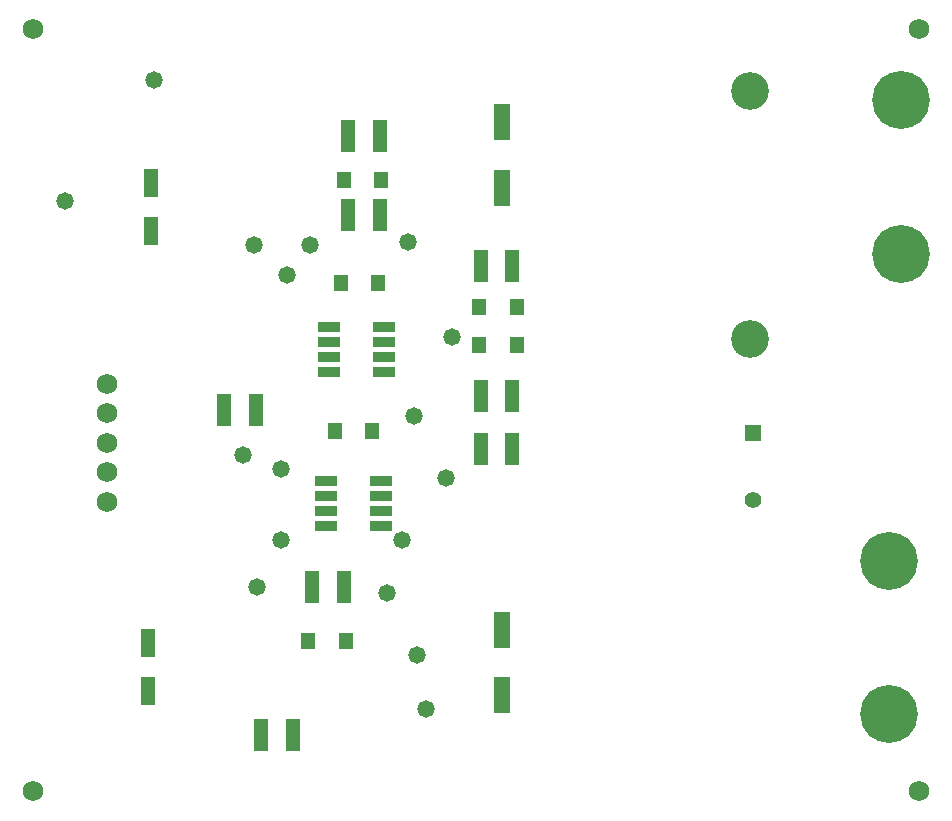
<source format=gbr>
%TF.GenerationSoftware,Altium Limited,Altium Designer,20.0.12 (288)*%
G04 Layer_Color=8388736*
%FSLAX44Y44*%
%MOMM*%
%TF.FileFunction,Soldermask,Top*%
%TF.Part,Single*%
G01*
G75*
%TA.AperFunction,ComponentPad*%
%ADD30C,1.4032*%
%ADD31R,1.4032X1.4032*%
%TA.AperFunction,TestPad*%
%ADD32C,4.9000*%
%TA.AperFunction,ViaPad*%
%ADD33C,1.7272*%
%TA.AperFunction,ComponentPad*%
%ADD34C,3.2032*%
%ADD35C,1.7272*%
%TA.AperFunction,ViaPad*%
%ADD36C,1.4732*%
%TA.AperFunction,SMDPad,CuDef*%
%ADD41R,1.4032X3.0532*%
%ADD42R,1.3032X2.4532*%
%ADD43R,1.3032X2.8032*%
%ADD44R,1.2032X1.4032*%
%ADD45R,1.9832X0.9232*%
D30*
X637500Y274500D02*
D03*
D31*
Y330500D02*
D03*
D32*
X762500Y612500D02*
D03*
Y482500D02*
D03*
X752500Y222500D02*
D03*
Y92500D02*
D03*
D33*
X27500Y672500D02*
D03*
Y27500D02*
D03*
X777500D02*
D03*
Y672500D02*
D03*
D34*
X635000Y410000D02*
D03*
Y620000D02*
D03*
D35*
X90000Y272500D02*
D03*
Y297500D02*
D03*
Y322500D02*
D03*
Y347500D02*
D03*
Y372500D02*
D03*
D36*
X345000Y492500D02*
D03*
X55000Y527500D02*
D03*
X205000Y312500D02*
D03*
X339840Y240000D02*
D03*
X382500Y412500D02*
D03*
X262500Y490000D02*
D03*
X242500Y465000D02*
D03*
X352660Y142660D02*
D03*
X360000Y97500D02*
D03*
X350000Y345000D02*
D03*
X217500Y200000D02*
D03*
X237500Y300000D02*
D03*
Y240000D02*
D03*
X327500Y195000D02*
D03*
X377500Y292500D02*
D03*
X130000Y630000D02*
D03*
X215000Y490000D02*
D03*
D41*
X425000Y593750D02*
D03*
X425000Y538250D02*
D03*
X425000Y108750D02*
D03*
X425000Y164250D02*
D03*
D42*
X127500Y542750D02*
D03*
Y502250D02*
D03*
X125000Y152750D02*
D03*
Y112250D02*
D03*
D43*
X216000Y350001D02*
D03*
X189000D02*
D03*
X406500Y317500D02*
D03*
X433500D02*
D03*
X406500Y472500D02*
D03*
X433500D02*
D03*
X294000Y515000D02*
D03*
X321001D02*
D03*
X264000Y200000D02*
D03*
X291000D02*
D03*
X321000Y582500D02*
D03*
X294000D02*
D03*
X433500Y362500D02*
D03*
X406500D02*
D03*
X247500Y75000D02*
D03*
X220500D02*
D03*
D44*
X437500Y437500D02*
D03*
X405500D02*
D03*
X322500Y545000D02*
D03*
X290500D02*
D03*
X292500Y155000D02*
D03*
X260500D02*
D03*
X320000Y457500D02*
D03*
X288000D02*
D03*
X405000Y405000D02*
D03*
X437000D02*
D03*
X315000Y332500D02*
D03*
X283000D02*
D03*
D45*
X278200Y420200D02*
D03*
Y407500D02*
D03*
Y394800D02*
D03*
Y382100D02*
D03*
X325000Y420200D02*
D03*
Y407500D02*
D03*
Y394800D02*
D03*
Y382100D02*
D03*
X275700Y290200D02*
D03*
Y277500D02*
D03*
Y264800D02*
D03*
Y252100D02*
D03*
X322500Y290200D02*
D03*
Y277500D02*
D03*
Y264800D02*
D03*
Y252100D02*
D03*
%TF.MD5,81f4e24dd03007e93f1aff3f6a9e0721*%
M02*

</source>
